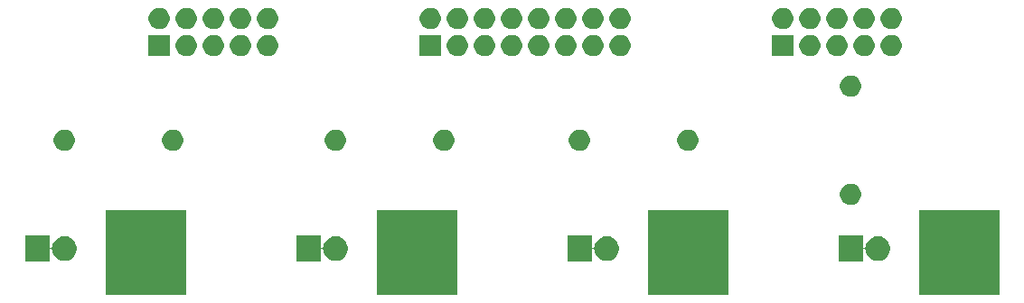
<source format=gbr>
G04 #@! TF.GenerationSoftware,KiCad,Pcbnew,(5.0.1)-3*
G04 #@! TF.CreationDate,2018-12-07T13:03:12-08:00*
G04 #@! TF.ProjectId,500-1073-Quad-Banana-Jack,3530302D313037332D517561642D4261,rev?*
G04 #@! TF.SameCoordinates,Original*
G04 #@! TF.FileFunction,Soldermask,Bot*
G04 #@! TF.FilePolarity,Negative*
%FSLAX46Y46*%
G04 Gerber Fmt 4.6, Leading zero omitted, Abs format (unit mm)*
G04 Created by KiCad (PCBNEW (5.0.1)-3) date 12/7/2018 1:03:12 PM*
%MOMM*%
%LPD*%
G01*
G04 APERTURE LIST*
%ADD10C,0.100000*%
G04 APERTURE END LIST*
D10*
G36*
X148536000Y-151711000D02*
X141024000Y-151711000D01*
X141024000Y-143691000D01*
X148536000Y-143691000D01*
X148536000Y-151711000D01*
X148536000Y-151711000D01*
G37*
G36*
X173936000Y-151711000D02*
X166424000Y-151711000D01*
X166424000Y-143691000D01*
X173936000Y-143691000D01*
X173936000Y-151711000D01*
X173936000Y-151711000D01*
G37*
G36*
X199336000Y-151711000D02*
X191824000Y-151711000D01*
X191824000Y-143691000D01*
X199336000Y-143691000D01*
X199336000Y-151711000D01*
X199336000Y-151711000D01*
G37*
G36*
X123136000Y-151711000D02*
X115624000Y-151711000D01*
X115624000Y-143691000D01*
X123136000Y-143691000D01*
X123136000Y-151711000D01*
X123136000Y-151711000D01*
G37*
G36*
X110370000Y-147144150D02*
X110372402Y-147168536D01*
X110379515Y-147191985D01*
X110391066Y-147213596D01*
X110406612Y-147232538D01*
X110425554Y-147248084D01*
X110447165Y-147259635D01*
X110470614Y-147266748D01*
X110495000Y-147269150D01*
X110519386Y-147266748D01*
X110542835Y-147259635D01*
X110564446Y-147248084D01*
X110583388Y-147232538D01*
X110598934Y-147213596D01*
X110610485Y-147191985D01*
X110617598Y-147168537D01*
X110654194Y-146984557D01*
X110740883Y-146775272D01*
X110866739Y-146586915D01*
X111026915Y-146426739D01*
X111215272Y-146300883D01*
X111424557Y-146214194D01*
X111646734Y-146170000D01*
X111873266Y-146170000D01*
X112095443Y-146214194D01*
X112304728Y-146300883D01*
X112493085Y-146426739D01*
X112653261Y-146586915D01*
X112779117Y-146775272D01*
X112865806Y-146984557D01*
X112910000Y-147206734D01*
X112910000Y-147433266D01*
X112865806Y-147655443D01*
X112779117Y-147864728D01*
X112653261Y-148053085D01*
X112493085Y-148213261D01*
X112304728Y-148339117D01*
X112095443Y-148425806D01*
X111873266Y-148470000D01*
X111646734Y-148470000D01*
X111424557Y-148425806D01*
X111215272Y-148339117D01*
X111026915Y-148213261D01*
X110866739Y-148053085D01*
X110740883Y-147864728D01*
X110654194Y-147655443D01*
X110617598Y-147471463D01*
X110610485Y-147448014D01*
X110598934Y-147426403D01*
X110583388Y-147407461D01*
X110564446Y-147391916D01*
X110542835Y-147380365D01*
X110519386Y-147373252D01*
X110495000Y-147370850D01*
X110470613Y-147373252D01*
X110447164Y-147380365D01*
X110425553Y-147391916D01*
X110406611Y-147407462D01*
X110391066Y-147426404D01*
X110379515Y-147448015D01*
X110372402Y-147471464D01*
X110370000Y-147495850D01*
X110370000Y-148520000D01*
X108070000Y-148520000D01*
X108070000Y-146120000D01*
X110370000Y-146120000D01*
X110370000Y-147144150D01*
X110370000Y-147144150D01*
G37*
G36*
X135770000Y-147144150D02*
X135772402Y-147168536D01*
X135779515Y-147191985D01*
X135791066Y-147213596D01*
X135806612Y-147232538D01*
X135825554Y-147248084D01*
X135847165Y-147259635D01*
X135870614Y-147266748D01*
X135895000Y-147269150D01*
X135919386Y-147266748D01*
X135942835Y-147259635D01*
X135964446Y-147248084D01*
X135983388Y-147232538D01*
X135998934Y-147213596D01*
X136010485Y-147191985D01*
X136017598Y-147168537D01*
X136054194Y-146984557D01*
X136140883Y-146775272D01*
X136266739Y-146586915D01*
X136426915Y-146426739D01*
X136615272Y-146300883D01*
X136824557Y-146214194D01*
X137046734Y-146170000D01*
X137273266Y-146170000D01*
X137495443Y-146214194D01*
X137704728Y-146300883D01*
X137893085Y-146426739D01*
X138053261Y-146586915D01*
X138179117Y-146775272D01*
X138265806Y-146984557D01*
X138310000Y-147206734D01*
X138310000Y-147433266D01*
X138265806Y-147655443D01*
X138179117Y-147864728D01*
X138053261Y-148053085D01*
X137893085Y-148213261D01*
X137704728Y-148339117D01*
X137495443Y-148425806D01*
X137273266Y-148470000D01*
X137046734Y-148470000D01*
X136824557Y-148425806D01*
X136615272Y-148339117D01*
X136426915Y-148213261D01*
X136266739Y-148053085D01*
X136140883Y-147864728D01*
X136054194Y-147655443D01*
X136017598Y-147471463D01*
X136010485Y-147448014D01*
X135998934Y-147426403D01*
X135983388Y-147407461D01*
X135964446Y-147391916D01*
X135942835Y-147380365D01*
X135919386Y-147373252D01*
X135895000Y-147370850D01*
X135870613Y-147373252D01*
X135847164Y-147380365D01*
X135825553Y-147391916D01*
X135806611Y-147407462D01*
X135791066Y-147426404D01*
X135779515Y-147448015D01*
X135772402Y-147471464D01*
X135770000Y-147495850D01*
X135770000Y-148520000D01*
X133470000Y-148520000D01*
X133470000Y-146120000D01*
X135770000Y-146120000D01*
X135770000Y-147144150D01*
X135770000Y-147144150D01*
G37*
G36*
X161170000Y-147144150D02*
X161172402Y-147168536D01*
X161179515Y-147191985D01*
X161191066Y-147213596D01*
X161206612Y-147232538D01*
X161225554Y-147248084D01*
X161247165Y-147259635D01*
X161270614Y-147266748D01*
X161295000Y-147269150D01*
X161319386Y-147266748D01*
X161342835Y-147259635D01*
X161364446Y-147248084D01*
X161383388Y-147232538D01*
X161398934Y-147213596D01*
X161410485Y-147191985D01*
X161417598Y-147168537D01*
X161454194Y-146984557D01*
X161540883Y-146775272D01*
X161666739Y-146586915D01*
X161826915Y-146426739D01*
X162015272Y-146300883D01*
X162224557Y-146214194D01*
X162446734Y-146170000D01*
X162673266Y-146170000D01*
X162895443Y-146214194D01*
X163104728Y-146300883D01*
X163293085Y-146426739D01*
X163453261Y-146586915D01*
X163579117Y-146775272D01*
X163665806Y-146984557D01*
X163710000Y-147206734D01*
X163710000Y-147433266D01*
X163665806Y-147655443D01*
X163579117Y-147864728D01*
X163453261Y-148053085D01*
X163293085Y-148213261D01*
X163104728Y-148339117D01*
X162895443Y-148425806D01*
X162673266Y-148470000D01*
X162446734Y-148470000D01*
X162224557Y-148425806D01*
X162015272Y-148339117D01*
X161826915Y-148213261D01*
X161666739Y-148053085D01*
X161540883Y-147864728D01*
X161454194Y-147655443D01*
X161417598Y-147471463D01*
X161410485Y-147448014D01*
X161398934Y-147426403D01*
X161383388Y-147407461D01*
X161364446Y-147391916D01*
X161342835Y-147380365D01*
X161319386Y-147373252D01*
X161295000Y-147370850D01*
X161270613Y-147373252D01*
X161247164Y-147380365D01*
X161225553Y-147391916D01*
X161206611Y-147407462D01*
X161191066Y-147426404D01*
X161179515Y-147448015D01*
X161172402Y-147471464D01*
X161170000Y-147495850D01*
X161170000Y-148520000D01*
X158870000Y-148520000D01*
X158870000Y-146120000D01*
X161170000Y-146120000D01*
X161170000Y-147144150D01*
X161170000Y-147144150D01*
G37*
G36*
X186570000Y-147144150D02*
X186572402Y-147168536D01*
X186579515Y-147191985D01*
X186591066Y-147213596D01*
X186606612Y-147232538D01*
X186625554Y-147248084D01*
X186647165Y-147259635D01*
X186670614Y-147266748D01*
X186695000Y-147269150D01*
X186719386Y-147266748D01*
X186742835Y-147259635D01*
X186764446Y-147248084D01*
X186783388Y-147232538D01*
X186798934Y-147213596D01*
X186810485Y-147191985D01*
X186817598Y-147168537D01*
X186854194Y-146984557D01*
X186940883Y-146775272D01*
X187066739Y-146586915D01*
X187226915Y-146426739D01*
X187415272Y-146300883D01*
X187624557Y-146214194D01*
X187846734Y-146170000D01*
X188073266Y-146170000D01*
X188295443Y-146214194D01*
X188504728Y-146300883D01*
X188693085Y-146426739D01*
X188853261Y-146586915D01*
X188979117Y-146775272D01*
X189065806Y-146984557D01*
X189110000Y-147206734D01*
X189110000Y-147433266D01*
X189065806Y-147655443D01*
X188979117Y-147864728D01*
X188853261Y-148053085D01*
X188693085Y-148213261D01*
X188504728Y-148339117D01*
X188295443Y-148425806D01*
X188073266Y-148470000D01*
X187846734Y-148470000D01*
X187624557Y-148425806D01*
X187415272Y-148339117D01*
X187226915Y-148213261D01*
X187066739Y-148053085D01*
X186940883Y-147864728D01*
X186854194Y-147655443D01*
X186817598Y-147471463D01*
X186810485Y-147448014D01*
X186798934Y-147426403D01*
X186783388Y-147407461D01*
X186764446Y-147391916D01*
X186742835Y-147380365D01*
X186719386Y-147373252D01*
X186695000Y-147370850D01*
X186670613Y-147373252D01*
X186647164Y-147380365D01*
X186625553Y-147391916D01*
X186606611Y-147407462D01*
X186591066Y-147426404D01*
X186579515Y-147448015D01*
X186572402Y-147471464D01*
X186570000Y-147495850D01*
X186570000Y-148520000D01*
X184270000Y-148520000D01*
X184270000Y-146120000D01*
X186570000Y-146120000D01*
X186570000Y-147144150D01*
X186570000Y-147144150D01*
G37*
G36*
X185644426Y-141277897D02*
X185708014Y-141290545D01*
X185887709Y-141364977D01*
X186049431Y-141473036D01*
X186186964Y-141610569D01*
X186295023Y-141772291D01*
X186369455Y-141951986D01*
X186407400Y-142142750D01*
X186407400Y-142337250D01*
X186369455Y-142528014D01*
X186295023Y-142707709D01*
X186186964Y-142869431D01*
X186049431Y-143006964D01*
X185887709Y-143115023D01*
X185708014Y-143189455D01*
X185644426Y-143202103D01*
X185517252Y-143227400D01*
X185322748Y-143227400D01*
X185195574Y-143202103D01*
X185131986Y-143189455D01*
X184952291Y-143115023D01*
X184790569Y-143006964D01*
X184653036Y-142869431D01*
X184544977Y-142707709D01*
X184470545Y-142528014D01*
X184432600Y-142337250D01*
X184432600Y-142142750D01*
X184470545Y-141951986D01*
X184544977Y-141772291D01*
X184653036Y-141610569D01*
X184790569Y-141473036D01*
X184952291Y-141364977D01*
X185131986Y-141290545D01*
X185195574Y-141277897D01*
X185322748Y-141252600D01*
X185517252Y-141252600D01*
X185644426Y-141277897D01*
X185644426Y-141277897D01*
G37*
G36*
X137384426Y-136197897D02*
X137448014Y-136210545D01*
X137627709Y-136284977D01*
X137789431Y-136393036D01*
X137926964Y-136530569D01*
X138035023Y-136692291D01*
X138109455Y-136871986D01*
X138147400Y-137062750D01*
X138147400Y-137257250D01*
X138109455Y-137448014D01*
X138035023Y-137627709D01*
X137926964Y-137789431D01*
X137789431Y-137926964D01*
X137627709Y-138035023D01*
X137448014Y-138109455D01*
X137384426Y-138122103D01*
X137257252Y-138147400D01*
X137062748Y-138147400D01*
X136935574Y-138122103D01*
X136871986Y-138109455D01*
X136692291Y-138035023D01*
X136530569Y-137926964D01*
X136393036Y-137789431D01*
X136284977Y-137627709D01*
X136210545Y-137448014D01*
X136172600Y-137257250D01*
X136172600Y-137062750D01*
X136210545Y-136871986D01*
X136284977Y-136692291D01*
X136393036Y-136530569D01*
X136530569Y-136393036D01*
X136692291Y-136284977D01*
X136871986Y-136210545D01*
X136935574Y-136197897D01*
X137062748Y-136172600D01*
X137257252Y-136172600D01*
X137384426Y-136197897D01*
X137384426Y-136197897D01*
G37*
G36*
X170404426Y-136197897D02*
X170468014Y-136210545D01*
X170647709Y-136284977D01*
X170809431Y-136393036D01*
X170946964Y-136530569D01*
X171055023Y-136692291D01*
X171129455Y-136871986D01*
X171167400Y-137062750D01*
X171167400Y-137257250D01*
X171129455Y-137448014D01*
X171055023Y-137627709D01*
X170946964Y-137789431D01*
X170809431Y-137926964D01*
X170647709Y-138035023D01*
X170468014Y-138109455D01*
X170404426Y-138122103D01*
X170277252Y-138147400D01*
X170082748Y-138147400D01*
X169955574Y-138122103D01*
X169891986Y-138109455D01*
X169712291Y-138035023D01*
X169550569Y-137926964D01*
X169413036Y-137789431D01*
X169304977Y-137627709D01*
X169230545Y-137448014D01*
X169192600Y-137257250D01*
X169192600Y-137062750D01*
X169230545Y-136871986D01*
X169304977Y-136692291D01*
X169413036Y-136530569D01*
X169550569Y-136393036D01*
X169712291Y-136284977D01*
X169891986Y-136210545D01*
X169955574Y-136197897D01*
X170082748Y-136172600D01*
X170277252Y-136172600D01*
X170404426Y-136197897D01*
X170404426Y-136197897D01*
G37*
G36*
X160244426Y-136197897D02*
X160308014Y-136210545D01*
X160487709Y-136284977D01*
X160649431Y-136393036D01*
X160786964Y-136530569D01*
X160895023Y-136692291D01*
X160969455Y-136871986D01*
X161007400Y-137062750D01*
X161007400Y-137257250D01*
X160969455Y-137448014D01*
X160895023Y-137627709D01*
X160786964Y-137789431D01*
X160649431Y-137926964D01*
X160487709Y-138035023D01*
X160308014Y-138109455D01*
X160244426Y-138122103D01*
X160117252Y-138147400D01*
X159922748Y-138147400D01*
X159795574Y-138122103D01*
X159731986Y-138109455D01*
X159552291Y-138035023D01*
X159390569Y-137926964D01*
X159253036Y-137789431D01*
X159144977Y-137627709D01*
X159070545Y-137448014D01*
X159032600Y-137257250D01*
X159032600Y-137062750D01*
X159070545Y-136871986D01*
X159144977Y-136692291D01*
X159253036Y-136530569D01*
X159390569Y-136393036D01*
X159552291Y-136284977D01*
X159731986Y-136210545D01*
X159795574Y-136197897D01*
X159922748Y-136172600D01*
X160117252Y-136172600D01*
X160244426Y-136197897D01*
X160244426Y-136197897D01*
G37*
G36*
X147544426Y-136197897D02*
X147608014Y-136210545D01*
X147787709Y-136284977D01*
X147949431Y-136393036D01*
X148086964Y-136530569D01*
X148195023Y-136692291D01*
X148269455Y-136871986D01*
X148307400Y-137062750D01*
X148307400Y-137257250D01*
X148269455Y-137448014D01*
X148195023Y-137627709D01*
X148086964Y-137789431D01*
X147949431Y-137926964D01*
X147787709Y-138035023D01*
X147608014Y-138109455D01*
X147544426Y-138122103D01*
X147417252Y-138147400D01*
X147222748Y-138147400D01*
X147095574Y-138122103D01*
X147031986Y-138109455D01*
X146852291Y-138035023D01*
X146690569Y-137926964D01*
X146553036Y-137789431D01*
X146444977Y-137627709D01*
X146370545Y-137448014D01*
X146332600Y-137257250D01*
X146332600Y-137062750D01*
X146370545Y-136871986D01*
X146444977Y-136692291D01*
X146553036Y-136530569D01*
X146690569Y-136393036D01*
X146852291Y-136284977D01*
X147031986Y-136210545D01*
X147095574Y-136197897D01*
X147222748Y-136172600D01*
X147417252Y-136172600D01*
X147544426Y-136197897D01*
X147544426Y-136197897D01*
G37*
G36*
X111984426Y-136197897D02*
X112048014Y-136210545D01*
X112227709Y-136284977D01*
X112389431Y-136393036D01*
X112526964Y-136530569D01*
X112635023Y-136692291D01*
X112709455Y-136871986D01*
X112747400Y-137062750D01*
X112747400Y-137257250D01*
X112709455Y-137448014D01*
X112635023Y-137627709D01*
X112526964Y-137789431D01*
X112389431Y-137926964D01*
X112227709Y-138035023D01*
X112048014Y-138109455D01*
X111984426Y-138122103D01*
X111857252Y-138147400D01*
X111662748Y-138147400D01*
X111535574Y-138122103D01*
X111471986Y-138109455D01*
X111292291Y-138035023D01*
X111130569Y-137926964D01*
X110993036Y-137789431D01*
X110884977Y-137627709D01*
X110810545Y-137448014D01*
X110772600Y-137257250D01*
X110772600Y-137062750D01*
X110810545Y-136871986D01*
X110884977Y-136692291D01*
X110993036Y-136530569D01*
X111130569Y-136393036D01*
X111292291Y-136284977D01*
X111471986Y-136210545D01*
X111535574Y-136197897D01*
X111662748Y-136172600D01*
X111857252Y-136172600D01*
X111984426Y-136197897D01*
X111984426Y-136197897D01*
G37*
G36*
X122144426Y-136197897D02*
X122208014Y-136210545D01*
X122387709Y-136284977D01*
X122549431Y-136393036D01*
X122686964Y-136530569D01*
X122795023Y-136692291D01*
X122869455Y-136871986D01*
X122907400Y-137062750D01*
X122907400Y-137257250D01*
X122869455Y-137448014D01*
X122795023Y-137627709D01*
X122686964Y-137789431D01*
X122549431Y-137926964D01*
X122387709Y-138035023D01*
X122208014Y-138109455D01*
X122144426Y-138122103D01*
X122017252Y-138147400D01*
X121822748Y-138147400D01*
X121695574Y-138122103D01*
X121631986Y-138109455D01*
X121452291Y-138035023D01*
X121290569Y-137926964D01*
X121153036Y-137789431D01*
X121044977Y-137627709D01*
X120970545Y-137448014D01*
X120932600Y-137257250D01*
X120932600Y-137062750D01*
X120970545Y-136871986D01*
X121044977Y-136692291D01*
X121153036Y-136530569D01*
X121290569Y-136393036D01*
X121452291Y-136284977D01*
X121631986Y-136210545D01*
X121695574Y-136197897D01*
X121822748Y-136172600D01*
X122017252Y-136172600D01*
X122144426Y-136197897D01*
X122144426Y-136197897D01*
G37*
G36*
X185644426Y-131117897D02*
X185708014Y-131130545D01*
X185887709Y-131204977D01*
X186049431Y-131313036D01*
X186186964Y-131450569D01*
X186295023Y-131612291D01*
X186369455Y-131791986D01*
X186407400Y-131982750D01*
X186407400Y-132177250D01*
X186369455Y-132368014D01*
X186295023Y-132547709D01*
X186186964Y-132709431D01*
X186049431Y-132846964D01*
X185887709Y-132955023D01*
X185708014Y-133029455D01*
X185644426Y-133042103D01*
X185517252Y-133067400D01*
X185322748Y-133067400D01*
X185195574Y-133042103D01*
X185131986Y-133029455D01*
X184952291Y-132955023D01*
X184790569Y-132846964D01*
X184653036Y-132709431D01*
X184544977Y-132547709D01*
X184470545Y-132368014D01*
X184432600Y-132177250D01*
X184432600Y-131982750D01*
X184470545Y-131791986D01*
X184544977Y-131612291D01*
X184653036Y-131450569D01*
X184790569Y-131313036D01*
X184952291Y-131204977D01*
X185131986Y-131130545D01*
X185195574Y-131117897D01*
X185322748Y-131092600D01*
X185517252Y-131092600D01*
X185644426Y-131117897D01*
X185644426Y-131117897D01*
G37*
G36*
X121637400Y-129257400D02*
X119662600Y-129257400D01*
X119662600Y-127282600D01*
X121637400Y-127282600D01*
X121637400Y-129257400D01*
X121637400Y-129257400D01*
G37*
G36*
X123414426Y-127307897D02*
X123478014Y-127320545D01*
X123657709Y-127394977D01*
X123819431Y-127503036D01*
X123956964Y-127640569D01*
X124065023Y-127802291D01*
X124139455Y-127981986D01*
X124177400Y-128172750D01*
X124177400Y-128367250D01*
X124139455Y-128558014D01*
X124065023Y-128737709D01*
X123956964Y-128899431D01*
X123819431Y-129036964D01*
X123657709Y-129145023D01*
X123478014Y-129219455D01*
X123414426Y-129232103D01*
X123287252Y-129257400D01*
X123092748Y-129257400D01*
X122965574Y-129232103D01*
X122901986Y-129219455D01*
X122722291Y-129145023D01*
X122560569Y-129036964D01*
X122423036Y-128899431D01*
X122314977Y-128737709D01*
X122240545Y-128558014D01*
X122202600Y-128367250D01*
X122202600Y-128172750D01*
X122240545Y-127981986D01*
X122314977Y-127802291D01*
X122423036Y-127640569D01*
X122560569Y-127503036D01*
X122722291Y-127394977D01*
X122901986Y-127320545D01*
X122965574Y-127307897D01*
X123092748Y-127282600D01*
X123287252Y-127282600D01*
X123414426Y-127307897D01*
X123414426Y-127307897D01*
G37*
G36*
X125954426Y-127307897D02*
X126018014Y-127320545D01*
X126197709Y-127394977D01*
X126359431Y-127503036D01*
X126496964Y-127640569D01*
X126605023Y-127802291D01*
X126679455Y-127981986D01*
X126717400Y-128172750D01*
X126717400Y-128367250D01*
X126679455Y-128558014D01*
X126605023Y-128737709D01*
X126496964Y-128899431D01*
X126359431Y-129036964D01*
X126197709Y-129145023D01*
X126018014Y-129219455D01*
X125954426Y-129232103D01*
X125827252Y-129257400D01*
X125632748Y-129257400D01*
X125505574Y-129232103D01*
X125441986Y-129219455D01*
X125262291Y-129145023D01*
X125100569Y-129036964D01*
X124963036Y-128899431D01*
X124854977Y-128737709D01*
X124780545Y-128558014D01*
X124742600Y-128367250D01*
X124742600Y-128172750D01*
X124780545Y-127981986D01*
X124854977Y-127802291D01*
X124963036Y-127640569D01*
X125100569Y-127503036D01*
X125262291Y-127394977D01*
X125441986Y-127320545D01*
X125505574Y-127307897D01*
X125632748Y-127282600D01*
X125827252Y-127282600D01*
X125954426Y-127307897D01*
X125954426Y-127307897D01*
G37*
G36*
X128494426Y-127307897D02*
X128558014Y-127320545D01*
X128737709Y-127394977D01*
X128899431Y-127503036D01*
X129036964Y-127640569D01*
X129145023Y-127802291D01*
X129219455Y-127981986D01*
X129257400Y-128172750D01*
X129257400Y-128367250D01*
X129219455Y-128558014D01*
X129145023Y-128737709D01*
X129036964Y-128899431D01*
X128899431Y-129036964D01*
X128737709Y-129145023D01*
X128558014Y-129219455D01*
X128494426Y-129232103D01*
X128367252Y-129257400D01*
X128172748Y-129257400D01*
X128045574Y-129232103D01*
X127981986Y-129219455D01*
X127802291Y-129145023D01*
X127640569Y-129036964D01*
X127503036Y-128899431D01*
X127394977Y-128737709D01*
X127320545Y-128558014D01*
X127282600Y-128367250D01*
X127282600Y-128172750D01*
X127320545Y-127981986D01*
X127394977Y-127802291D01*
X127503036Y-127640569D01*
X127640569Y-127503036D01*
X127802291Y-127394977D01*
X127981986Y-127320545D01*
X128045574Y-127307897D01*
X128172748Y-127282600D01*
X128367252Y-127282600D01*
X128494426Y-127307897D01*
X128494426Y-127307897D01*
G37*
G36*
X164054426Y-127307897D02*
X164118014Y-127320545D01*
X164297709Y-127394977D01*
X164459431Y-127503036D01*
X164596964Y-127640569D01*
X164705023Y-127802291D01*
X164779455Y-127981986D01*
X164817400Y-128172750D01*
X164817400Y-128367250D01*
X164779455Y-128558014D01*
X164705023Y-128737709D01*
X164596964Y-128899431D01*
X164459431Y-129036964D01*
X164297709Y-129145023D01*
X164118014Y-129219455D01*
X164054426Y-129232103D01*
X163927252Y-129257400D01*
X163732748Y-129257400D01*
X163605574Y-129232103D01*
X163541986Y-129219455D01*
X163362291Y-129145023D01*
X163200569Y-129036964D01*
X163063036Y-128899431D01*
X162954977Y-128737709D01*
X162880545Y-128558014D01*
X162842600Y-128367250D01*
X162842600Y-128172750D01*
X162880545Y-127981986D01*
X162954977Y-127802291D01*
X163063036Y-127640569D01*
X163200569Y-127503036D01*
X163362291Y-127394977D01*
X163541986Y-127320545D01*
X163605574Y-127307897D01*
X163732748Y-127282600D01*
X163927252Y-127282600D01*
X164054426Y-127307897D01*
X164054426Y-127307897D01*
G37*
G36*
X161514426Y-127307897D02*
X161578014Y-127320545D01*
X161757709Y-127394977D01*
X161919431Y-127503036D01*
X162056964Y-127640569D01*
X162165023Y-127802291D01*
X162239455Y-127981986D01*
X162277400Y-128172750D01*
X162277400Y-128367250D01*
X162239455Y-128558014D01*
X162165023Y-128737709D01*
X162056964Y-128899431D01*
X161919431Y-129036964D01*
X161757709Y-129145023D01*
X161578014Y-129219455D01*
X161514426Y-129232103D01*
X161387252Y-129257400D01*
X161192748Y-129257400D01*
X161065574Y-129232103D01*
X161001986Y-129219455D01*
X160822291Y-129145023D01*
X160660569Y-129036964D01*
X160523036Y-128899431D01*
X160414977Y-128737709D01*
X160340545Y-128558014D01*
X160302600Y-128367250D01*
X160302600Y-128172750D01*
X160340545Y-127981986D01*
X160414977Y-127802291D01*
X160523036Y-127640569D01*
X160660569Y-127503036D01*
X160822291Y-127394977D01*
X161001986Y-127320545D01*
X161065574Y-127307897D01*
X161192748Y-127282600D01*
X161387252Y-127282600D01*
X161514426Y-127307897D01*
X161514426Y-127307897D01*
G37*
G36*
X184374426Y-127307897D02*
X184438014Y-127320545D01*
X184617709Y-127394977D01*
X184779431Y-127503036D01*
X184916964Y-127640569D01*
X185025023Y-127802291D01*
X185099455Y-127981986D01*
X185137400Y-128172750D01*
X185137400Y-128367250D01*
X185099455Y-128558014D01*
X185025023Y-128737709D01*
X184916964Y-128899431D01*
X184779431Y-129036964D01*
X184617709Y-129145023D01*
X184438014Y-129219455D01*
X184374426Y-129232103D01*
X184247252Y-129257400D01*
X184052748Y-129257400D01*
X183925574Y-129232103D01*
X183861986Y-129219455D01*
X183682291Y-129145023D01*
X183520569Y-129036964D01*
X183383036Y-128899431D01*
X183274977Y-128737709D01*
X183200545Y-128558014D01*
X183162600Y-128367250D01*
X183162600Y-128172750D01*
X183200545Y-127981986D01*
X183274977Y-127802291D01*
X183383036Y-127640569D01*
X183520569Y-127503036D01*
X183682291Y-127394977D01*
X183861986Y-127320545D01*
X183925574Y-127307897D01*
X184052748Y-127282600D01*
X184247252Y-127282600D01*
X184374426Y-127307897D01*
X184374426Y-127307897D01*
G37*
G36*
X131034426Y-127307897D02*
X131098014Y-127320545D01*
X131277709Y-127394977D01*
X131439431Y-127503036D01*
X131576964Y-127640569D01*
X131685023Y-127802291D01*
X131759455Y-127981986D01*
X131797400Y-128172750D01*
X131797400Y-128367250D01*
X131759455Y-128558014D01*
X131685023Y-128737709D01*
X131576964Y-128899431D01*
X131439431Y-129036964D01*
X131277709Y-129145023D01*
X131098014Y-129219455D01*
X131034426Y-129232103D01*
X130907252Y-129257400D01*
X130712748Y-129257400D01*
X130585574Y-129232103D01*
X130521986Y-129219455D01*
X130342291Y-129145023D01*
X130180569Y-129036964D01*
X130043036Y-128899431D01*
X129934977Y-128737709D01*
X129860545Y-128558014D01*
X129822600Y-128367250D01*
X129822600Y-128172750D01*
X129860545Y-127981986D01*
X129934977Y-127802291D01*
X130043036Y-127640569D01*
X130180569Y-127503036D01*
X130342291Y-127394977D01*
X130521986Y-127320545D01*
X130585574Y-127307897D01*
X130712748Y-127282600D01*
X130907252Y-127282600D01*
X131034426Y-127307897D01*
X131034426Y-127307897D01*
G37*
G36*
X147037400Y-129257400D02*
X145062600Y-129257400D01*
X145062600Y-127282600D01*
X147037400Y-127282600D01*
X147037400Y-129257400D01*
X147037400Y-129257400D01*
G37*
G36*
X181834426Y-127307897D02*
X181898014Y-127320545D01*
X182077709Y-127394977D01*
X182239431Y-127503036D01*
X182376964Y-127640569D01*
X182485023Y-127802291D01*
X182559455Y-127981986D01*
X182597400Y-128172750D01*
X182597400Y-128367250D01*
X182559455Y-128558014D01*
X182485023Y-128737709D01*
X182376964Y-128899431D01*
X182239431Y-129036964D01*
X182077709Y-129145023D01*
X181898014Y-129219455D01*
X181834426Y-129232103D01*
X181707252Y-129257400D01*
X181512748Y-129257400D01*
X181385574Y-129232103D01*
X181321986Y-129219455D01*
X181142291Y-129145023D01*
X180980569Y-129036964D01*
X180843036Y-128899431D01*
X180734977Y-128737709D01*
X180660545Y-128558014D01*
X180622600Y-128367250D01*
X180622600Y-128172750D01*
X180660545Y-127981986D01*
X180734977Y-127802291D01*
X180843036Y-127640569D01*
X180980569Y-127503036D01*
X181142291Y-127394977D01*
X181321986Y-127320545D01*
X181385574Y-127307897D01*
X181512748Y-127282600D01*
X181707252Y-127282600D01*
X181834426Y-127307897D01*
X181834426Y-127307897D01*
G37*
G36*
X180057400Y-129257400D02*
X178082600Y-129257400D01*
X178082600Y-127282600D01*
X180057400Y-127282600D01*
X180057400Y-129257400D01*
X180057400Y-129257400D01*
G37*
G36*
X158974426Y-127307897D02*
X159038014Y-127320545D01*
X159217709Y-127394977D01*
X159379431Y-127503036D01*
X159516964Y-127640569D01*
X159625023Y-127802291D01*
X159699455Y-127981986D01*
X159737400Y-128172750D01*
X159737400Y-128367250D01*
X159699455Y-128558014D01*
X159625023Y-128737709D01*
X159516964Y-128899431D01*
X159379431Y-129036964D01*
X159217709Y-129145023D01*
X159038014Y-129219455D01*
X158974426Y-129232103D01*
X158847252Y-129257400D01*
X158652748Y-129257400D01*
X158525574Y-129232103D01*
X158461986Y-129219455D01*
X158282291Y-129145023D01*
X158120569Y-129036964D01*
X157983036Y-128899431D01*
X157874977Y-128737709D01*
X157800545Y-128558014D01*
X157762600Y-128367250D01*
X157762600Y-128172750D01*
X157800545Y-127981986D01*
X157874977Y-127802291D01*
X157983036Y-127640569D01*
X158120569Y-127503036D01*
X158282291Y-127394977D01*
X158461986Y-127320545D01*
X158525574Y-127307897D01*
X158652748Y-127282600D01*
X158847252Y-127282600D01*
X158974426Y-127307897D01*
X158974426Y-127307897D01*
G37*
G36*
X148814426Y-127307897D02*
X148878014Y-127320545D01*
X149057709Y-127394977D01*
X149219431Y-127503036D01*
X149356964Y-127640569D01*
X149465023Y-127802291D01*
X149539455Y-127981986D01*
X149577400Y-128172750D01*
X149577400Y-128367250D01*
X149539455Y-128558014D01*
X149465023Y-128737709D01*
X149356964Y-128899431D01*
X149219431Y-129036964D01*
X149057709Y-129145023D01*
X148878014Y-129219455D01*
X148814426Y-129232103D01*
X148687252Y-129257400D01*
X148492748Y-129257400D01*
X148365574Y-129232103D01*
X148301986Y-129219455D01*
X148122291Y-129145023D01*
X147960569Y-129036964D01*
X147823036Y-128899431D01*
X147714977Y-128737709D01*
X147640545Y-128558014D01*
X147602600Y-128367250D01*
X147602600Y-128172750D01*
X147640545Y-127981986D01*
X147714977Y-127802291D01*
X147823036Y-127640569D01*
X147960569Y-127503036D01*
X148122291Y-127394977D01*
X148301986Y-127320545D01*
X148365574Y-127307897D01*
X148492748Y-127282600D01*
X148687252Y-127282600D01*
X148814426Y-127307897D01*
X148814426Y-127307897D01*
G37*
G36*
X156434426Y-127307897D02*
X156498014Y-127320545D01*
X156677709Y-127394977D01*
X156839431Y-127503036D01*
X156976964Y-127640569D01*
X157085023Y-127802291D01*
X157159455Y-127981986D01*
X157197400Y-128172750D01*
X157197400Y-128367250D01*
X157159455Y-128558014D01*
X157085023Y-128737709D01*
X156976964Y-128899431D01*
X156839431Y-129036964D01*
X156677709Y-129145023D01*
X156498014Y-129219455D01*
X156434426Y-129232103D01*
X156307252Y-129257400D01*
X156112748Y-129257400D01*
X155985574Y-129232103D01*
X155921986Y-129219455D01*
X155742291Y-129145023D01*
X155580569Y-129036964D01*
X155443036Y-128899431D01*
X155334977Y-128737709D01*
X155260545Y-128558014D01*
X155222600Y-128367250D01*
X155222600Y-128172750D01*
X155260545Y-127981986D01*
X155334977Y-127802291D01*
X155443036Y-127640569D01*
X155580569Y-127503036D01*
X155742291Y-127394977D01*
X155921986Y-127320545D01*
X155985574Y-127307897D01*
X156112748Y-127282600D01*
X156307252Y-127282600D01*
X156434426Y-127307897D01*
X156434426Y-127307897D01*
G37*
G36*
X189454426Y-127307897D02*
X189518014Y-127320545D01*
X189697709Y-127394977D01*
X189859431Y-127503036D01*
X189996964Y-127640569D01*
X190105023Y-127802291D01*
X190179455Y-127981986D01*
X190217400Y-128172750D01*
X190217400Y-128367250D01*
X190179455Y-128558014D01*
X190105023Y-128737709D01*
X189996964Y-128899431D01*
X189859431Y-129036964D01*
X189697709Y-129145023D01*
X189518014Y-129219455D01*
X189454426Y-129232103D01*
X189327252Y-129257400D01*
X189132748Y-129257400D01*
X189005574Y-129232103D01*
X188941986Y-129219455D01*
X188762291Y-129145023D01*
X188600569Y-129036964D01*
X188463036Y-128899431D01*
X188354977Y-128737709D01*
X188280545Y-128558014D01*
X188242600Y-128367250D01*
X188242600Y-128172750D01*
X188280545Y-127981986D01*
X188354977Y-127802291D01*
X188463036Y-127640569D01*
X188600569Y-127503036D01*
X188762291Y-127394977D01*
X188941986Y-127320545D01*
X189005574Y-127307897D01*
X189132748Y-127282600D01*
X189327252Y-127282600D01*
X189454426Y-127307897D01*
X189454426Y-127307897D01*
G37*
G36*
X153894426Y-127307897D02*
X153958014Y-127320545D01*
X154137709Y-127394977D01*
X154299431Y-127503036D01*
X154436964Y-127640569D01*
X154545023Y-127802291D01*
X154619455Y-127981986D01*
X154657400Y-128172750D01*
X154657400Y-128367250D01*
X154619455Y-128558014D01*
X154545023Y-128737709D01*
X154436964Y-128899431D01*
X154299431Y-129036964D01*
X154137709Y-129145023D01*
X153958014Y-129219455D01*
X153894426Y-129232103D01*
X153767252Y-129257400D01*
X153572748Y-129257400D01*
X153445574Y-129232103D01*
X153381986Y-129219455D01*
X153202291Y-129145023D01*
X153040569Y-129036964D01*
X152903036Y-128899431D01*
X152794977Y-128737709D01*
X152720545Y-128558014D01*
X152682600Y-128367250D01*
X152682600Y-128172750D01*
X152720545Y-127981986D01*
X152794977Y-127802291D01*
X152903036Y-127640569D01*
X153040569Y-127503036D01*
X153202291Y-127394977D01*
X153381986Y-127320545D01*
X153445574Y-127307897D01*
X153572748Y-127282600D01*
X153767252Y-127282600D01*
X153894426Y-127307897D01*
X153894426Y-127307897D01*
G37*
G36*
X186914426Y-127307897D02*
X186978014Y-127320545D01*
X187157709Y-127394977D01*
X187319431Y-127503036D01*
X187456964Y-127640569D01*
X187565023Y-127802291D01*
X187639455Y-127981986D01*
X187677400Y-128172750D01*
X187677400Y-128367250D01*
X187639455Y-128558014D01*
X187565023Y-128737709D01*
X187456964Y-128899431D01*
X187319431Y-129036964D01*
X187157709Y-129145023D01*
X186978014Y-129219455D01*
X186914426Y-129232103D01*
X186787252Y-129257400D01*
X186592748Y-129257400D01*
X186465574Y-129232103D01*
X186401986Y-129219455D01*
X186222291Y-129145023D01*
X186060569Y-129036964D01*
X185923036Y-128899431D01*
X185814977Y-128737709D01*
X185740545Y-128558014D01*
X185702600Y-128367250D01*
X185702600Y-128172750D01*
X185740545Y-127981986D01*
X185814977Y-127802291D01*
X185923036Y-127640569D01*
X186060569Y-127503036D01*
X186222291Y-127394977D01*
X186401986Y-127320545D01*
X186465574Y-127307897D01*
X186592748Y-127282600D01*
X186787252Y-127282600D01*
X186914426Y-127307897D01*
X186914426Y-127307897D01*
G37*
G36*
X151354426Y-127307897D02*
X151418014Y-127320545D01*
X151597709Y-127394977D01*
X151759431Y-127503036D01*
X151896964Y-127640569D01*
X152005023Y-127802291D01*
X152079455Y-127981986D01*
X152117400Y-128172750D01*
X152117400Y-128367250D01*
X152079455Y-128558014D01*
X152005023Y-128737709D01*
X151896964Y-128899431D01*
X151759431Y-129036964D01*
X151597709Y-129145023D01*
X151418014Y-129219455D01*
X151354426Y-129232103D01*
X151227252Y-129257400D01*
X151032748Y-129257400D01*
X150905574Y-129232103D01*
X150841986Y-129219455D01*
X150662291Y-129145023D01*
X150500569Y-129036964D01*
X150363036Y-128899431D01*
X150254977Y-128737709D01*
X150180545Y-128558014D01*
X150142600Y-128367250D01*
X150142600Y-128172750D01*
X150180545Y-127981986D01*
X150254977Y-127802291D01*
X150363036Y-127640569D01*
X150500569Y-127503036D01*
X150662291Y-127394977D01*
X150841986Y-127320545D01*
X150905574Y-127307897D01*
X151032748Y-127282600D01*
X151227252Y-127282600D01*
X151354426Y-127307897D01*
X151354426Y-127307897D01*
G37*
G36*
X146274426Y-124767897D02*
X146338014Y-124780545D01*
X146517709Y-124854977D01*
X146679431Y-124963036D01*
X146816964Y-125100569D01*
X146925023Y-125262291D01*
X146999455Y-125441986D01*
X147037400Y-125632750D01*
X147037400Y-125827250D01*
X146999455Y-126018014D01*
X146925023Y-126197709D01*
X146816964Y-126359431D01*
X146679431Y-126496964D01*
X146517709Y-126605023D01*
X146338014Y-126679455D01*
X146274426Y-126692103D01*
X146147252Y-126717400D01*
X145952748Y-126717400D01*
X145825574Y-126692103D01*
X145761986Y-126679455D01*
X145582291Y-126605023D01*
X145420569Y-126496964D01*
X145283036Y-126359431D01*
X145174977Y-126197709D01*
X145100545Y-126018014D01*
X145062600Y-125827250D01*
X145062600Y-125632750D01*
X145100545Y-125441986D01*
X145174977Y-125262291D01*
X145283036Y-125100569D01*
X145420569Y-124963036D01*
X145582291Y-124854977D01*
X145761986Y-124780545D01*
X145825574Y-124767897D01*
X145952748Y-124742600D01*
X146147252Y-124742600D01*
X146274426Y-124767897D01*
X146274426Y-124767897D01*
G37*
G36*
X179294426Y-124767897D02*
X179358014Y-124780545D01*
X179537709Y-124854977D01*
X179699431Y-124963036D01*
X179836964Y-125100569D01*
X179945023Y-125262291D01*
X180019455Y-125441986D01*
X180057400Y-125632750D01*
X180057400Y-125827250D01*
X180019455Y-126018014D01*
X179945023Y-126197709D01*
X179836964Y-126359431D01*
X179699431Y-126496964D01*
X179537709Y-126605023D01*
X179358014Y-126679455D01*
X179294426Y-126692103D01*
X179167252Y-126717400D01*
X178972748Y-126717400D01*
X178845574Y-126692103D01*
X178781986Y-126679455D01*
X178602291Y-126605023D01*
X178440569Y-126496964D01*
X178303036Y-126359431D01*
X178194977Y-126197709D01*
X178120545Y-126018014D01*
X178082600Y-125827250D01*
X178082600Y-125632750D01*
X178120545Y-125441986D01*
X178194977Y-125262291D01*
X178303036Y-125100569D01*
X178440569Y-124963036D01*
X178602291Y-124854977D01*
X178781986Y-124780545D01*
X178845574Y-124767897D01*
X178972748Y-124742600D01*
X179167252Y-124742600D01*
X179294426Y-124767897D01*
X179294426Y-124767897D01*
G37*
G36*
X181834426Y-124767897D02*
X181898014Y-124780545D01*
X182077709Y-124854977D01*
X182239431Y-124963036D01*
X182376964Y-125100569D01*
X182485023Y-125262291D01*
X182559455Y-125441986D01*
X182597400Y-125632750D01*
X182597400Y-125827250D01*
X182559455Y-126018014D01*
X182485023Y-126197709D01*
X182376964Y-126359431D01*
X182239431Y-126496964D01*
X182077709Y-126605023D01*
X181898014Y-126679455D01*
X181834426Y-126692103D01*
X181707252Y-126717400D01*
X181512748Y-126717400D01*
X181385574Y-126692103D01*
X181321986Y-126679455D01*
X181142291Y-126605023D01*
X180980569Y-126496964D01*
X180843036Y-126359431D01*
X180734977Y-126197709D01*
X180660545Y-126018014D01*
X180622600Y-125827250D01*
X180622600Y-125632750D01*
X180660545Y-125441986D01*
X180734977Y-125262291D01*
X180843036Y-125100569D01*
X180980569Y-124963036D01*
X181142291Y-124854977D01*
X181321986Y-124780545D01*
X181385574Y-124767897D01*
X181512748Y-124742600D01*
X181707252Y-124742600D01*
X181834426Y-124767897D01*
X181834426Y-124767897D01*
G37*
G36*
X184374426Y-124767897D02*
X184438014Y-124780545D01*
X184617709Y-124854977D01*
X184779431Y-124963036D01*
X184916964Y-125100569D01*
X185025023Y-125262291D01*
X185099455Y-125441986D01*
X185137400Y-125632750D01*
X185137400Y-125827250D01*
X185099455Y-126018014D01*
X185025023Y-126197709D01*
X184916964Y-126359431D01*
X184779431Y-126496964D01*
X184617709Y-126605023D01*
X184438014Y-126679455D01*
X184374426Y-126692103D01*
X184247252Y-126717400D01*
X184052748Y-126717400D01*
X183925574Y-126692103D01*
X183861986Y-126679455D01*
X183682291Y-126605023D01*
X183520569Y-126496964D01*
X183383036Y-126359431D01*
X183274977Y-126197709D01*
X183200545Y-126018014D01*
X183162600Y-125827250D01*
X183162600Y-125632750D01*
X183200545Y-125441986D01*
X183274977Y-125262291D01*
X183383036Y-125100569D01*
X183520569Y-124963036D01*
X183682291Y-124854977D01*
X183861986Y-124780545D01*
X183925574Y-124767897D01*
X184052748Y-124742600D01*
X184247252Y-124742600D01*
X184374426Y-124767897D01*
X184374426Y-124767897D01*
G37*
G36*
X186914426Y-124767897D02*
X186978014Y-124780545D01*
X187157709Y-124854977D01*
X187319431Y-124963036D01*
X187456964Y-125100569D01*
X187565023Y-125262291D01*
X187639455Y-125441986D01*
X187677400Y-125632750D01*
X187677400Y-125827250D01*
X187639455Y-126018014D01*
X187565023Y-126197709D01*
X187456964Y-126359431D01*
X187319431Y-126496964D01*
X187157709Y-126605023D01*
X186978014Y-126679455D01*
X186914426Y-126692103D01*
X186787252Y-126717400D01*
X186592748Y-126717400D01*
X186465574Y-126692103D01*
X186401986Y-126679455D01*
X186222291Y-126605023D01*
X186060569Y-126496964D01*
X185923036Y-126359431D01*
X185814977Y-126197709D01*
X185740545Y-126018014D01*
X185702600Y-125827250D01*
X185702600Y-125632750D01*
X185740545Y-125441986D01*
X185814977Y-125262291D01*
X185923036Y-125100569D01*
X186060569Y-124963036D01*
X186222291Y-124854977D01*
X186401986Y-124780545D01*
X186465574Y-124767897D01*
X186592748Y-124742600D01*
X186787252Y-124742600D01*
X186914426Y-124767897D01*
X186914426Y-124767897D01*
G37*
G36*
X189454426Y-124767897D02*
X189518014Y-124780545D01*
X189697709Y-124854977D01*
X189859431Y-124963036D01*
X189996964Y-125100569D01*
X190105023Y-125262291D01*
X190179455Y-125441986D01*
X190217400Y-125632750D01*
X190217400Y-125827250D01*
X190179455Y-126018014D01*
X190105023Y-126197709D01*
X189996964Y-126359431D01*
X189859431Y-126496964D01*
X189697709Y-126605023D01*
X189518014Y-126679455D01*
X189454426Y-126692103D01*
X189327252Y-126717400D01*
X189132748Y-126717400D01*
X189005574Y-126692103D01*
X188941986Y-126679455D01*
X188762291Y-126605023D01*
X188600569Y-126496964D01*
X188463036Y-126359431D01*
X188354977Y-126197709D01*
X188280545Y-126018014D01*
X188242600Y-125827250D01*
X188242600Y-125632750D01*
X188280545Y-125441986D01*
X188354977Y-125262291D01*
X188463036Y-125100569D01*
X188600569Y-124963036D01*
X188762291Y-124854977D01*
X188941986Y-124780545D01*
X189005574Y-124767897D01*
X189132748Y-124742600D01*
X189327252Y-124742600D01*
X189454426Y-124767897D01*
X189454426Y-124767897D01*
G37*
G36*
X158974426Y-124767897D02*
X159038014Y-124780545D01*
X159217709Y-124854977D01*
X159379431Y-124963036D01*
X159516964Y-125100569D01*
X159625023Y-125262291D01*
X159699455Y-125441986D01*
X159737400Y-125632750D01*
X159737400Y-125827250D01*
X159699455Y-126018014D01*
X159625023Y-126197709D01*
X159516964Y-126359431D01*
X159379431Y-126496964D01*
X159217709Y-126605023D01*
X159038014Y-126679455D01*
X158974426Y-126692103D01*
X158847252Y-126717400D01*
X158652748Y-126717400D01*
X158525574Y-126692103D01*
X158461986Y-126679455D01*
X158282291Y-126605023D01*
X158120569Y-126496964D01*
X157983036Y-126359431D01*
X157874977Y-126197709D01*
X157800545Y-126018014D01*
X157762600Y-125827250D01*
X157762600Y-125632750D01*
X157800545Y-125441986D01*
X157874977Y-125262291D01*
X157983036Y-125100569D01*
X158120569Y-124963036D01*
X158282291Y-124854977D01*
X158461986Y-124780545D01*
X158525574Y-124767897D01*
X158652748Y-124742600D01*
X158847252Y-124742600D01*
X158974426Y-124767897D01*
X158974426Y-124767897D01*
G37*
G36*
X161514426Y-124767897D02*
X161578014Y-124780545D01*
X161757709Y-124854977D01*
X161919431Y-124963036D01*
X162056964Y-125100569D01*
X162165023Y-125262291D01*
X162239455Y-125441986D01*
X162277400Y-125632750D01*
X162277400Y-125827250D01*
X162239455Y-126018014D01*
X162165023Y-126197709D01*
X162056964Y-126359431D01*
X161919431Y-126496964D01*
X161757709Y-126605023D01*
X161578014Y-126679455D01*
X161514426Y-126692103D01*
X161387252Y-126717400D01*
X161192748Y-126717400D01*
X161065574Y-126692103D01*
X161001986Y-126679455D01*
X160822291Y-126605023D01*
X160660569Y-126496964D01*
X160523036Y-126359431D01*
X160414977Y-126197709D01*
X160340545Y-126018014D01*
X160302600Y-125827250D01*
X160302600Y-125632750D01*
X160340545Y-125441986D01*
X160414977Y-125262291D01*
X160523036Y-125100569D01*
X160660569Y-124963036D01*
X160822291Y-124854977D01*
X161001986Y-124780545D01*
X161065574Y-124767897D01*
X161192748Y-124742600D01*
X161387252Y-124742600D01*
X161514426Y-124767897D01*
X161514426Y-124767897D01*
G37*
G36*
X156434426Y-124767897D02*
X156498014Y-124780545D01*
X156677709Y-124854977D01*
X156839431Y-124963036D01*
X156976964Y-125100569D01*
X157085023Y-125262291D01*
X157159455Y-125441986D01*
X157197400Y-125632750D01*
X157197400Y-125827250D01*
X157159455Y-126018014D01*
X157085023Y-126197709D01*
X156976964Y-126359431D01*
X156839431Y-126496964D01*
X156677709Y-126605023D01*
X156498014Y-126679455D01*
X156434426Y-126692103D01*
X156307252Y-126717400D01*
X156112748Y-126717400D01*
X155985574Y-126692103D01*
X155921986Y-126679455D01*
X155742291Y-126605023D01*
X155580569Y-126496964D01*
X155443036Y-126359431D01*
X155334977Y-126197709D01*
X155260545Y-126018014D01*
X155222600Y-125827250D01*
X155222600Y-125632750D01*
X155260545Y-125441986D01*
X155334977Y-125262291D01*
X155443036Y-125100569D01*
X155580569Y-124963036D01*
X155742291Y-124854977D01*
X155921986Y-124780545D01*
X155985574Y-124767897D01*
X156112748Y-124742600D01*
X156307252Y-124742600D01*
X156434426Y-124767897D01*
X156434426Y-124767897D01*
G37*
G36*
X164054426Y-124767897D02*
X164118014Y-124780545D01*
X164297709Y-124854977D01*
X164459431Y-124963036D01*
X164596964Y-125100569D01*
X164705023Y-125262291D01*
X164779455Y-125441986D01*
X164817400Y-125632750D01*
X164817400Y-125827250D01*
X164779455Y-126018014D01*
X164705023Y-126197709D01*
X164596964Y-126359431D01*
X164459431Y-126496964D01*
X164297709Y-126605023D01*
X164118014Y-126679455D01*
X164054426Y-126692103D01*
X163927252Y-126717400D01*
X163732748Y-126717400D01*
X163605574Y-126692103D01*
X163541986Y-126679455D01*
X163362291Y-126605023D01*
X163200569Y-126496964D01*
X163063036Y-126359431D01*
X162954977Y-126197709D01*
X162880545Y-126018014D01*
X162842600Y-125827250D01*
X162842600Y-125632750D01*
X162880545Y-125441986D01*
X162954977Y-125262291D01*
X163063036Y-125100569D01*
X163200569Y-124963036D01*
X163362291Y-124854977D01*
X163541986Y-124780545D01*
X163605574Y-124767897D01*
X163732748Y-124742600D01*
X163927252Y-124742600D01*
X164054426Y-124767897D01*
X164054426Y-124767897D01*
G37*
G36*
X120874426Y-124767897D02*
X120938014Y-124780545D01*
X121117709Y-124854977D01*
X121279431Y-124963036D01*
X121416964Y-125100569D01*
X121525023Y-125262291D01*
X121599455Y-125441986D01*
X121637400Y-125632750D01*
X121637400Y-125827250D01*
X121599455Y-126018014D01*
X121525023Y-126197709D01*
X121416964Y-126359431D01*
X121279431Y-126496964D01*
X121117709Y-126605023D01*
X120938014Y-126679455D01*
X120874426Y-126692103D01*
X120747252Y-126717400D01*
X120552748Y-126717400D01*
X120425574Y-126692103D01*
X120361986Y-126679455D01*
X120182291Y-126605023D01*
X120020569Y-126496964D01*
X119883036Y-126359431D01*
X119774977Y-126197709D01*
X119700545Y-126018014D01*
X119662600Y-125827250D01*
X119662600Y-125632750D01*
X119700545Y-125441986D01*
X119774977Y-125262291D01*
X119883036Y-125100569D01*
X120020569Y-124963036D01*
X120182291Y-124854977D01*
X120361986Y-124780545D01*
X120425574Y-124767897D01*
X120552748Y-124742600D01*
X120747252Y-124742600D01*
X120874426Y-124767897D01*
X120874426Y-124767897D01*
G37*
G36*
X123414426Y-124767897D02*
X123478014Y-124780545D01*
X123657709Y-124854977D01*
X123819431Y-124963036D01*
X123956964Y-125100569D01*
X124065023Y-125262291D01*
X124139455Y-125441986D01*
X124177400Y-125632750D01*
X124177400Y-125827250D01*
X124139455Y-126018014D01*
X124065023Y-126197709D01*
X123956964Y-126359431D01*
X123819431Y-126496964D01*
X123657709Y-126605023D01*
X123478014Y-126679455D01*
X123414426Y-126692103D01*
X123287252Y-126717400D01*
X123092748Y-126717400D01*
X122965574Y-126692103D01*
X122901986Y-126679455D01*
X122722291Y-126605023D01*
X122560569Y-126496964D01*
X122423036Y-126359431D01*
X122314977Y-126197709D01*
X122240545Y-126018014D01*
X122202600Y-125827250D01*
X122202600Y-125632750D01*
X122240545Y-125441986D01*
X122314977Y-125262291D01*
X122423036Y-125100569D01*
X122560569Y-124963036D01*
X122722291Y-124854977D01*
X122901986Y-124780545D01*
X122965574Y-124767897D01*
X123092748Y-124742600D01*
X123287252Y-124742600D01*
X123414426Y-124767897D01*
X123414426Y-124767897D01*
G37*
G36*
X125954426Y-124767897D02*
X126018014Y-124780545D01*
X126197709Y-124854977D01*
X126359431Y-124963036D01*
X126496964Y-125100569D01*
X126605023Y-125262291D01*
X126679455Y-125441986D01*
X126717400Y-125632750D01*
X126717400Y-125827250D01*
X126679455Y-126018014D01*
X126605023Y-126197709D01*
X126496964Y-126359431D01*
X126359431Y-126496964D01*
X126197709Y-126605023D01*
X126018014Y-126679455D01*
X125954426Y-126692103D01*
X125827252Y-126717400D01*
X125632748Y-126717400D01*
X125505574Y-126692103D01*
X125441986Y-126679455D01*
X125262291Y-126605023D01*
X125100569Y-126496964D01*
X124963036Y-126359431D01*
X124854977Y-126197709D01*
X124780545Y-126018014D01*
X124742600Y-125827250D01*
X124742600Y-125632750D01*
X124780545Y-125441986D01*
X124854977Y-125262291D01*
X124963036Y-125100569D01*
X125100569Y-124963036D01*
X125262291Y-124854977D01*
X125441986Y-124780545D01*
X125505574Y-124767897D01*
X125632748Y-124742600D01*
X125827252Y-124742600D01*
X125954426Y-124767897D01*
X125954426Y-124767897D01*
G37*
G36*
X128494426Y-124767897D02*
X128558014Y-124780545D01*
X128737709Y-124854977D01*
X128899431Y-124963036D01*
X129036964Y-125100569D01*
X129145023Y-125262291D01*
X129219455Y-125441986D01*
X129257400Y-125632750D01*
X129257400Y-125827250D01*
X129219455Y-126018014D01*
X129145023Y-126197709D01*
X129036964Y-126359431D01*
X128899431Y-126496964D01*
X128737709Y-126605023D01*
X128558014Y-126679455D01*
X128494426Y-126692103D01*
X128367252Y-126717400D01*
X128172748Y-126717400D01*
X128045574Y-126692103D01*
X127981986Y-126679455D01*
X127802291Y-126605023D01*
X127640569Y-126496964D01*
X127503036Y-126359431D01*
X127394977Y-126197709D01*
X127320545Y-126018014D01*
X127282600Y-125827250D01*
X127282600Y-125632750D01*
X127320545Y-125441986D01*
X127394977Y-125262291D01*
X127503036Y-125100569D01*
X127640569Y-124963036D01*
X127802291Y-124854977D01*
X127981986Y-124780545D01*
X128045574Y-124767897D01*
X128172748Y-124742600D01*
X128367252Y-124742600D01*
X128494426Y-124767897D01*
X128494426Y-124767897D01*
G37*
G36*
X153894426Y-124767897D02*
X153958014Y-124780545D01*
X154137709Y-124854977D01*
X154299431Y-124963036D01*
X154436964Y-125100569D01*
X154545023Y-125262291D01*
X154619455Y-125441986D01*
X154657400Y-125632750D01*
X154657400Y-125827250D01*
X154619455Y-126018014D01*
X154545023Y-126197709D01*
X154436964Y-126359431D01*
X154299431Y-126496964D01*
X154137709Y-126605023D01*
X153958014Y-126679455D01*
X153894426Y-126692103D01*
X153767252Y-126717400D01*
X153572748Y-126717400D01*
X153445574Y-126692103D01*
X153381986Y-126679455D01*
X153202291Y-126605023D01*
X153040569Y-126496964D01*
X152903036Y-126359431D01*
X152794977Y-126197709D01*
X152720545Y-126018014D01*
X152682600Y-125827250D01*
X152682600Y-125632750D01*
X152720545Y-125441986D01*
X152794977Y-125262291D01*
X152903036Y-125100569D01*
X153040569Y-124963036D01*
X153202291Y-124854977D01*
X153381986Y-124780545D01*
X153445574Y-124767897D01*
X153572748Y-124742600D01*
X153767252Y-124742600D01*
X153894426Y-124767897D01*
X153894426Y-124767897D01*
G37*
G36*
X148814426Y-124767897D02*
X148878014Y-124780545D01*
X149057709Y-124854977D01*
X149219431Y-124963036D01*
X149356964Y-125100569D01*
X149465023Y-125262291D01*
X149539455Y-125441986D01*
X149577400Y-125632750D01*
X149577400Y-125827250D01*
X149539455Y-126018014D01*
X149465023Y-126197709D01*
X149356964Y-126359431D01*
X149219431Y-126496964D01*
X149057709Y-126605023D01*
X148878014Y-126679455D01*
X148814426Y-126692103D01*
X148687252Y-126717400D01*
X148492748Y-126717400D01*
X148365574Y-126692103D01*
X148301986Y-126679455D01*
X148122291Y-126605023D01*
X147960569Y-126496964D01*
X147823036Y-126359431D01*
X147714977Y-126197709D01*
X147640545Y-126018014D01*
X147602600Y-125827250D01*
X147602600Y-125632750D01*
X147640545Y-125441986D01*
X147714977Y-125262291D01*
X147823036Y-125100569D01*
X147960569Y-124963036D01*
X148122291Y-124854977D01*
X148301986Y-124780545D01*
X148365574Y-124767897D01*
X148492748Y-124742600D01*
X148687252Y-124742600D01*
X148814426Y-124767897D01*
X148814426Y-124767897D01*
G37*
G36*
X151354426Y-124767897D02*
X151418014Y-124780545D01*
X151597709Y-124854977D01*
X151759431Y-124963036D01*
X151896964Y-125100569D01*
X152005023Y-125262291D01*
X152079455Y-125441986D01*
X152117400Y-125632750D01*
X152117400Y-125827250D01*
X152079455Y-126018014D01*
X152005023Y-126197709D01*
X151896964Y-126359431D01*
X151759431Y-126496964D01*
X151597709Y-126605023D01*
X151418014Y-126679455D01*
X151354426Y-126692103D01*
X151227252Y-126717400D01*
X151032748Y-126717400D01*
X150905574Y-126692103D01*
X150841986Y-126679455D01*
X150662291Y-126605023D01*
X150500569Y-126496964D01*
X150363036Y-126359431D01*
X150254977Y-126197709D01*
X150180545Y-126018014D01*
X150142600Y-125827250D01*
X150142600Y-125632750D01*
X150180545Y-125441986D01*
X150254977Y-125262291D01*
X150363036Y-125100569D01*
X150500569Y-124963036D01*
X150662291Y-124854977D01*
X150841986Y-124780545D01*
X150905574Y-124767897D01*
X151032748Y-124742600D01*
X151227252Y-124742600D01*
X151354426Y-124767897D01*
X151354426Y-124767897D01*
G37*
G36*
X131034426Y-124767897D02*
X131098014Y-124780545D01*
X131277709Y-124854977D01*
X131439431Y-124963036D01*
X131576964Y-125100569D01*
X131685023Y-125262291D01*
X131759455Y-125441986D01*
X131797400Y-125632750D01*
X131797400Y-125827250D01*
X131759455Y-126018014D01*
X131685023Y-126197709D01*
X131576964Y-126359431D01*
X131439431Y-126496964D01*
X131277709Y-126605023D01*
X131098014Y-126679455D01*
X131034426Y-126692103D01*
X130907252Y-126717400D01*
X130712748Y-126717400D01*
X130585574Y-126692103D01*
X130521986Y-126679455D01*
X130342291Y-126605023D01*
X130180569Y-126496964D01*
X130043036Y-126359431D01*
X129934977Y-126197709D01*
X129860545Y-126018014D01*
X129822600Y-125827250D01*
X129822600Y-125632750D01*
X129860545Y-125441986D01*
X129934977Y-125262291D01*
X130043036Y-125100569D01*
X130180569Y-124963036D01*
X130342291Y-124854977D01*
X130521986Y-124780545D01*
X130585574Y-124767897D01*
X130712748Y-124742600D01*
X130907252Y-124742600D01*
X131034426Y-124767897D01*
X131034426Y-124767897D01*
G37*
M02*

</source>
